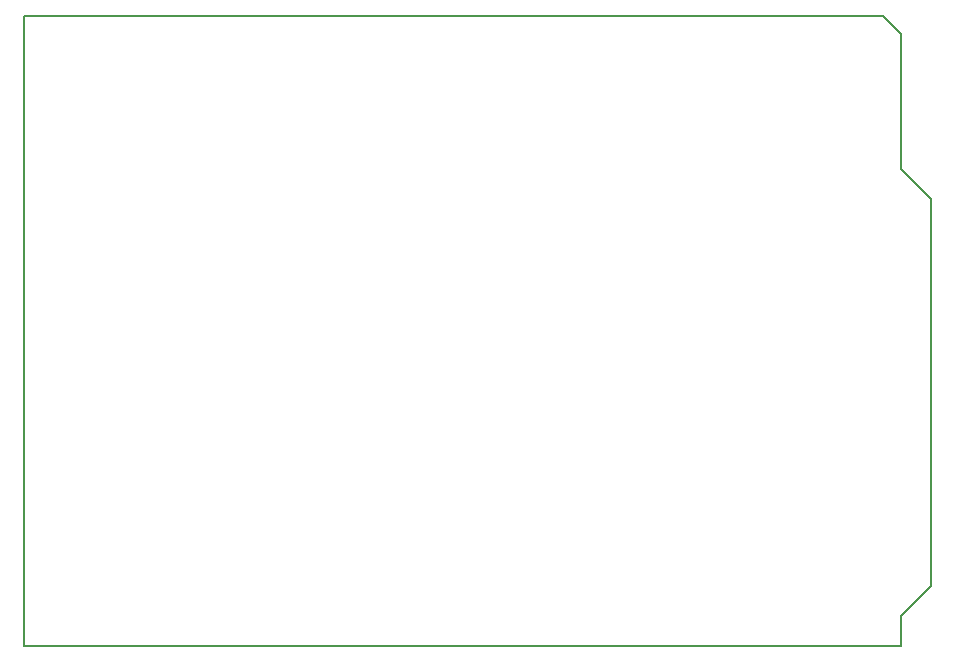
<source format=gbr>
%TF.GenerationSoftware,KiCad,Pcbnew,(5.1.9)-1*%
%TF.CreationDate,2021-11-17T20:07:43-06:00*%
%TF.ProjectId,GAL_Programmer,47414c5f-5072-46f6-9772-616d6d65722e,rev?*%
%TF.SameCoordinates,Original*%
%TF.FileFunction,Profile,NP*%
%FSLAX45Y45*%
G04 Gerber Fmt 4.5, Leading zero omitted, Abs format (unit mm)*
G04 Created by KiCad (PCBNEW (5.1.9)-1) date 2021-11-17 20:07:43*
%MOMM*%
%LPD*%
G01*
G04 APERTURE LIST*
%TA.AperFunction,Profile*%
%ADD10C,0.150000*%
%TD*%
G04 APERTURE END LIST*
D10*
X11099800Y-12636500D02*
X10274800Y-12636500D01*
X11099800Y-7302500D02*
X10274800Y-7302500D01*
X10274800Y-7302500D02*
X10274800Y-12636500D01*
X17703800Y-7454900D02*
X17551400Y-7302500D01*
X17703800Y-8597900D02*
X17703800Y-7454900D01*
X17957800Y-8851900D02*
X17703800Y-8597900D01*
X17957800Y-12128500D02*
X17957800Y-8851900D01*
X17703800Y-12382500D02*
X17957800Y-12128500D01*
X17703800Y-12636500D02*
X17703800Y-12382500D01*
X11099800Y-12636500D02*
X17703800Y-12636500D01*
X17551400Y-7302500D02*
X11099800Y-7302500D01*
M02*

</source>
